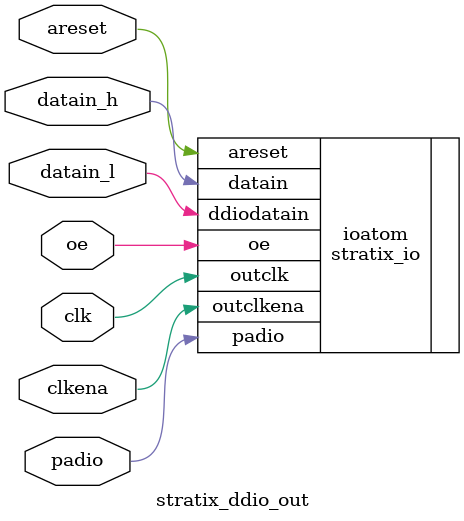
<source format=v>
module stratix_ddio_out(padio, clk, clkena, areset, oe, datain_h, datain_l);
	input 	clk;
	input	clkena;
	input 	areset;	
	input 	datain_h;
	input 	datain_l;
	input 	oe;
	inout 	padio;
   	
	parameter operation_mode = "output";
	parameter ddio_mode = "output";

	parameter output_register_mode = "register";
	parameter output_async_reset = "clear";
	parameter output_power_up = "low";

	parameter oe_register_mode = "register";
	parameter oe_async_reset = "clear";
	parameter oe_power_up = "low";
	
	parameter extend_oe_disable = "false";
	
	stratix_io ioatom (
				.outclk(clk),
				.outclkena(clkena),
				.areset(areset),
				.datain(datain_h),
				.ddiodatain(datain_l),
				.oe(oe),
				.padio(padio)
	);
	defparam 
			ioatom.operation_mode 		= operation_mode,
			ioatom.ddio_mode 			= ddio_mode,
	    	ioatom.oe_register_mode 	= oe_register_mode,
	    	ioatom.oe_async_reset 		= oe_async_reset,
	    	ioatom.oe_power_up 			= oe_power_up,
	    	ioatom.output_register_mode	= output_register_mode,
	    	ioatom.output_async_reset 	= output_async_reset,
	    	ioatom.output_power_up 		= output_power_up,
			ioatom.extend_oe_disable	= extend_oe_disable;

endmodule // stratix_ddio_out



</source>
